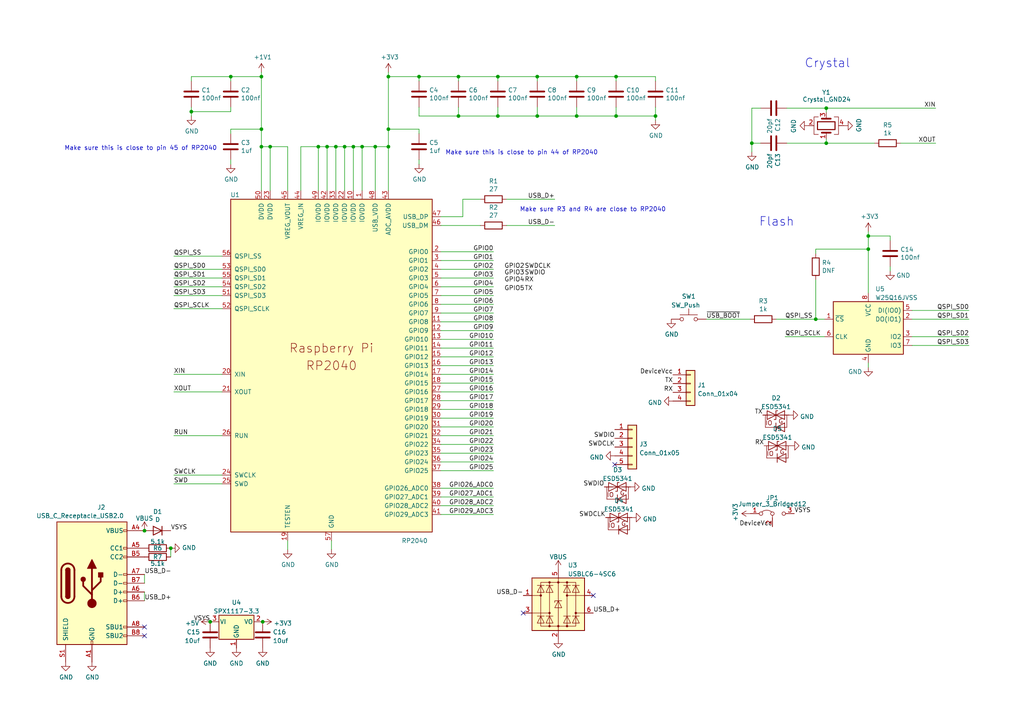
<source format=kicad_sch>
(kicad_sch (version 20211123) (generator eeschema)
  (paper "A4")
  (lib_symbols
    (symbol "Connector:USB_C_Receptacle_USB2.0" (pin_names (offset 1.016))
      (property "Reference" "J" (at -10.16 19.05 0))
      (property "Value" "USB_C_Receptacle_USB2.0" (at 19.05 19.05 0))
      (symbol "USB_C_Receptacle_USB2.0_0_0"
        (rectangle (start -0.254 -17.78) (end 0.254 -16.764))
        (rectangle (start 10.16 -14.986) (end 9.144 -15.494))
        (rectangle (start 10.16 -12.446) (end 9.144 -12.954))
        (rectangle (start 10.16 -4.826) (end 9.144 -5.334))
        (rectangle (start 10.16 -2.286) (end 9.144 -2.794))
        (rectangle (start 10.16 0.254) (end 9.144 -0.254))
        (rectangle (start 10.16 2.794) (end 9.144 2.286))
        (rectangle (start 10.16 7.874) (end 9.144 7.366))
        (rectangle (start 10.16 10.414) (end 9.144 9.906))
        (rectangle (start 10.16 15.494) (end 9.144 14.986))
      )
      (symbol "USB_C_Receptacle_USB2.0_0_1"
        (rectangle (start -10.16 17.78) (end 10.16 -17.78) (stroke (width 0.254)) (fill (type background)))
        (arc (start -8.89 -3.81) (mid -6.985 -5.715) (end -5.08 -3.81) (stroke (width 0.508)))
        (arc (start -7.62 -3.81) (mid -6.985 -4.445) (end -6.35 -3.81) (stroke (width 0.254)))
        (arc (start -7.62 -3.81) (mid -6.985 -4.445) (end -6.35 -3.81) (stroke (width 0.254)) (fill (type outline)))
        (rectangle (start -7.62 -3.81) (end -6.35 3.81) (stroke (width 0.254)) (fill (type outline)))
        (arc (start -6.35 3.81) (mid -6.985 4.445) (end -7.62 3.81) (stroke (width 0.254)))
        (arc (start -6.35 3.81) (mid -6.985 4.445) (end -7.62 3.81) (stroke (width 0.254)) (fill (type outline)))
        (arc (start -5.08 3.81) (mid -6.985 5.715) (end -8.89 3.81) (stroke (width 0.508)))
        (circle (center -2.54 1.143) (radius 0.635) (stroke (width 0.254)) (fill (type outline)))
        (circle (center 0 -5.842) (radius 1.27) (fill (type outline)))
        (polyline (pts (xy -8.89 -3.81) (xy -8.89 3.81)) (stroke (width 0.508)))
        (polyline (pts (xy -5.08 3.81) (xy -5.08 -3.81)) (stroke (width 0.508)))
        (polyline (pts (xy 0 -5.842) (xy 0 4.318)) (stroke (width 0.508)))
        (polyline (pts (xy 0 -3.302) (xy -2.54 -0.762) (xy -2.54 0.508)) (stroke (width 0.508)))
        (polyline (pts (xy 0 -2.032) (xy 2.54 0.508) (xy 2.54 1.778)) (stroke (width 0.508)))
        (polyline (pts (xy -1.27 4.318) (xy 0 6.858) (xy 1.27 4.318) (xy -1.27 4.318)) (stroke (width 0.254)) (fill (type outline)))
        (rectangle (start 1.905 1.778) (end 3.175 3.048) (stroke (width 0.254)) (fill (type outline)))
      )
      (symbol "USB_C_Receptacle_USB2.0_1_1"
        (pin passive line (at 0 -22.86 90) (length 5.08) (name "GND") (number "A1"))
        (pin passive line (at 0 -22.86 90) (length 5.08) hide (name "GND") (number "A12"))
        (pin passive line (at 15.24 15.24 180) (length 5.08) (name "VBUS") (number "A4"))
        (pin bidirectional line (at 15.24 10.16 180) (length 5.08) (name "CC1") (number "A5"))
        (pin bidirectional line (at 15.24 -2.54 180) (length 5.08) (name "D+") (number "A6"))
        (pin bidirectional line (at 15.24 2.54 180) (length 5.08) (name "D-") (number "A7"))
        (pin bidirectional line (at 15.24 -12.7 180) (length 5.08) (name "SBU1") (number "A8"))
        (pin passive line (at 15.24 15.24 180) (length 5.08) hide (name "VBUS") (number "A9"))
        (pin passive line (at 0 -22.86 90) (length 5.08) hide (name "GND") (number "B1"))
        (pin passive line (at 0 -22.86 90) (length 5.08) hide (name "GND") (number "B12"))
        (pin passive line (at 15.24 15.24 180) (length 5.08) hide (name "VBUS") (number "B4"))
        (pin bidirectional line (at 15.24 7.62 180) (length 5.08) (name "CC2") (number "B5"))
        (pin bidirectional line (at 15.24 -5.08 180) (length 5.08) (name "D+") (number "B6"))
        (pin bidirectional line (at 15.24 0 180) (length 5.08) (name "D-") (number "B7"))
        (pin bidirectional line (at 15.24 -15.24 180) (length 5.08) (name "SBU2") (number "B8"))
        (pin passive line (at 15.24 15.24 180) (length 5.08) hide (name "VBUS") (number "B9"))
        (pin passive line (at -7.62 -22.86 90) (length 5.08) (name "SHIELD") (number "S1"))
      )
    )
    (symbol "Connector_Generic:Conn_01x04" (pin_names (offset 1.016) hide)
      (property "Reference" "J" (at 0 5.08 0))
      (property "Value" "Conn_01x04" (at 0 -7.62 0))
      (symbol "Conn_01x04_1_1"
        (rectangle (start -1.27 -4.953) (end 0 -5.207) (stroke (width 0.1524)))
        (rectangle (start -1.27 -2.413) (end 0 -2.667) (stroke (width 0.1524)))
        (rectangle (start -1.27 0.127) (end 0 -0.127) (stroke (width 0.1524)))
        (rectangle (start -1.27 2.667) (end 0 2.413) (stroke (width 0.1524)))
        (rectangle (start -1.27 3.81) (end 1.27 -6.35) (stroke (width 0.254)) (fill (type background)))
        (pin passive line (at -5.08 2.54 0) (length 3.81) (name "Pin_1") (number "1"))
        (pin passive line (at -5.08 0 0) (length 3.81) (name "Pin_2") (number "2"))
        (pin passive line (at -5.08 -2.54 0) (length 3.81) (name "Pin_3") (number "3"))
        (pin passive line (at -5.08 -5.08 0) (length 3.81) (name "Pin_4") (number "4"))
      )
    )
    (symbol "Connector_Generic:Conn_01x05" (pin_names (offset 1.016) hide)
      (property "Reference" "J" (at 0 7.62 0))
      (property "Value" "Conn_01x05" (at 0 -7.62 0))
      (symbol "Conn_01x05_1_1"
        (rectangle (start -1.27 -4.953) (end 0 -5.207) (stroke (width 0.1524)))
        (rectangle (start -1.27 -2.413) (end 0 -2.667) (stroke (width 0.1524)))
        (rectangle (start -1.27 0.127) (end 0 -0.127) (stroke (width 0.1524)))
        (rectangle (start -1.27 2.667) (end 0 2.413) (stroke (width 0.1524)))
        (rectangle (start -1.27 5.207) (end 0 4.953) (stroke (width 0.1524)))
        (rectangle (start -1.27 6.35) (end 1.27 -6.35) (stroke (width 0.254)) (fill (type background)))
        (pin passive line (at -5.08 5.08 0) (length 3.81) (name "Pin_1") (number "1"))
        (pin passive line (at -5.08 2.54 0) (length 3.81) (name "Pin_2") (number "2"))
        (pin passive line (at -5.08 0 0) (length 3.81) (name "Pin_3") (number "3"))
        (pin passive line (at -5.08 -2.54 0) (length 3.81) (name "Pin_4") (number "4"))
        (pin passive line (at -5.08 -5.08 0) (length 3.81) (name "Pin_5") (number "5"))
      )
    )
    (symbol "Device:C" (pin_numbers hide) (pin_names (offset 0.254))
      (property "Reference" "C" (at 0.635 2.54 0))
      (property "Value" "C" (at 0.635 -2.54 0))
      (symbol "C_0_1"
        (polyline (pts (xy -2.032 -0.762) (xy 2.032 -0.762)) (stroke (width 0.508)))
        (polyline (pts (xy -2.032 0.762) (xy 2.032 0.762)) (stroke (width 0.508)))
      )
      (symbol "C_1_1"
        (pin passive line (at 0 3.81 270) (length 2.794) (name "~") (number "1"))
        (pin passive line (at 0 -3.81 90) (length 2.794) (name "~") (number "2"))
      )
    )
    (symbol "Device:Crystal_GND24" (pin_names (offset 1.016) hide)
      (property "Reference" "Y" (at 3.175 5.08 0))
      (property "Value" "Crystal_GND24" (at 3.175 3.175 0))
      (symbol "Crystal_GND24_0_1"
        (rectangle (start -1.143 2.54) (end 1.143 -2.54) (stroke (width 0.3048)))
        (polyline (pts (xy -2.54 0) (xy -2.032 0)))
        (polyline (pts (xy -2.032 -1.27) (xy -2.032 1.27)) (stroke (width 0.508)))
        (polyline (pts (xy 0 -3.81) (xy 0 -3.556)))
        (polyline (pts (xy 0 3.556) (xy 0 3.81)))
        (polyline (pts (xy 2.032 -1.27) (xy 2.032 1.27)) (stroke (width 0.508)))
        (polyline (pts (xy 2.032 0) (xy 2.54 0)))
        (polyline (pts (xy -2.54 -2.286) (xy -2.54 -3.556) (xy 2.54 -3.556) (xy 2.54 -2.286)))
        (polyline (pts (xy -2.54 2.286) (xy -2.54 3.556) (xy 2.54 3.556) (xy 2.54 2.286)))
      )
      (symbol "Crystal_GND24_1_1"
        (pin passive line (at -3.81 0 0) (length 1.27) (name "1") (number "1"))
        (pin passive line (at 0 5.08 270) (length 1.27) (name "2") (number "2"))
        (pin passive line (at 3.81 0 180) (length 1.27) (name "3") (number "3"))
        (pin passive line (at 0 -5.08 90) (length 1.27) (name "4") (number "4"))
      )
    )
    (symbol "Device:D" (pin_numbers hide) (pin_names (offset 1.016) hide)
      (property "Reference" "D" (at 0 2.54 0))
      (property "Value" "D" (at 0 -2.54 0))
      (symbol "D_0_1"
        (polyline (pts (xy -1.27 1.27) (xy -1.27 -1.27)) (stroke (width 0.254)))
        (polyline (pts (xy 1.27 0) (xy -1.27 0)))
        (polyline (pts (xy 1.27 1.27) (xy 1.27 -1.27) (xy -1.27 0) (xy 1.27 1.27)) (stroke (width 0.254)))
      )
      (symbol "D_1_1"
        (pin passive line (at -3.81 0 0) (length 2.54) (name "K") (number "1"))
        (pin passive line (at 3.81 0 180) (length 2.54) (name "A") (number "2"))
      )
    )
    (symbol "Device:R" (pin_numbers hide) (pin_names (offset 0))
      (property "Reference" "R" (at 2.032 0 90))
      (property "Value" "R" (at 0 0 90))
      (symbol "R_0_1"
        (rectangle (start -1.016 -2.54) (end 1.016 2.54) (stroke (width 0.254)))
      )
      (symbol "R_1_1"
        (pin passive line (at 0 3.81 270) (length 1.27) (name "~") (number "1"))
        (pin passive line (at 0 -3.81 90) (length 1.27) (name "~") (number "2"))
      )
    )
    (symbol "Jumper:Jumper_3_Bridged12" (pin_names (offset 0) hide)
      (property "Reference" "JP" (at -2.54 -2.54 0))
      (property "Value" "Jumper_3_Bridged12" (at 0 2.794 0))
      (symbol "Jumper_3_Bridged12_0_0"
        (circle (center -3.302 0) (radius 0.508))
        (circle (center 0 0) (radius 0.508))
        (circle (center 3.302 0) (radius 0.508))
      )
      (symbol "Jumper_3_Bridged12_0_1"
        (arc (start -0.254 0.508) (mid -1.651 0.9912) (end -3.048 0.508))
        (polyline (pts (xy 0 -1.27) (xy 0 -0.508)))
      )
      (symbol "Jumper_3_Bridged12_1_1"
        (pin passive line (at -6.35 0 0) (length 2.54) (name "A") (number "1"))
        (pin passive line (at 0 -3.81 90) (length 2.54) (name "C") (number "2"))
        (pin passive line (at 6.35 0 180) (length 2.54) (name "B") (number "3"))
      )
    )
    (symbol "KisonNew:ESD5341" (pin_numbers hide) (pin_names (offset 1.016) hide)
      (property "Reference" "D" (at 0 3.81 0))
      (property "Value" "ESD5341" (at 0.127 -5.969 0))
      (symbol "ESD5341_0_0"
        (text "G" (at 1.397 -1.778 0) (effects (font (size 1.27 1.27))))
        (text "IO" (at -2.032 -2.286 0) (effects (font (size 1.27 1.27))))
      )
      (symbol "ESD5341_0_1"
        (polyline (pts (xy -3.048 -3.556) (xy -3.048 0)) (stroke (width 0.1524)))
        (polyline (pts (xy 1.27 0) (xy -1.27 0)))
        (polyline (pts (xy 3.175 -3.556) (xy -3.048 -3.556)) (stroke (width 0.1524)))
        (polyline (pts (xy 3.175 -3.556) (xy 3.175 -3.556)) (stroke (width 0.1524)))
        (polyline (pts (xy 3.175 0) (xy 3.175 -3.556)) (stroke (width 0.1524)))
        (polyline (pts (xy -2.54 -1.27) (xy 0 0) (xy -2.54 1.27) (xy -2.54 -1.27)) (stroke (width 0.2032)))
        (polyline (pts (xy 0 -2.286) (xy 0 -2.286) (xy 0 -4.826) (xy 0 -4.826)) (stroke (width 0.2032)))
        (polyline (pts (xy 0.508 1.27) (xy 0 1.27) (xy 0 -1.27) (xy -0.508 -1.27)) (stroke (width 0.2032)))
        (polyline (pts (xy 2.54 -2.286) (xy 2.54 -4.826) (xy 0 -3.556) (xy 2.54 -2.286)) (stroke (width 0.2032)))
        (polyline (pts (xy 2.54 1.27) (xy 2.54 -1.27) (xy 0 0) (xy 2.54 1.27)) (stroke (width 0.2032)))
      )
      (symbol "ESD5341_1_1"
        (pin passive line (at -3.81 0 0) (length 2.54) (name "A1") (number "1"))
        (pin passive line (at 3.81 0 180) (length 2.54) (name "A2") (number "2"))
      )
    )
    (symbol "MCU_RaspberryPi_RP2040:RP2040" (pin_names (offset 1.016))
      (property "Reference" "U" (at -29.21 49.53 0))
      (property "Value" "RP2040" (at 24.13 -49.53 0))
      (symbol "RP2040_0_0"
        (text "Raspberry Pi" (at 0 5.08 0) (effects (font (size 2.54 2.54))))
        (text "RP2040" (at 0 0 0) (effects (font (size 2.54 2.54))))
      )
      (symbol "RP2040_0_1"
        (rectangle (start 29.21 48.26) (end -29.21 -48.26) (stroke (width 0.254)) (fill (type background)))
      )
      (symbol "RP2040_1_1"
        (pin power_in line (at 8.89 50.8 270) (length 2.54) (name "IOVDD") (number "1"))
        (pin power_in line (at 6.35 50.8 270) (length 2.54) (name "IOVDD") (number "10"))
        (pin bidirectional line (at 31.75 12.7 180) (length 2.54) (name "GPIO8") (number "11"))
        (pin bidirectional line (at 31.75 10.16 180) (length 2.54) (name "GPIO9") (number "12"))
        (pin bidirectional line (at 31.75 7.62 180) (length 2.54) (name "GPIO10") (number "13"))
        (pin bidirectional line (at 31.75 5.08 180) (length 2.54) (name "GPIO11") (number "14"))
        (pin bidirectional line (at 31.75 2.54 180) (length 2.54) (name "GPIO12") (number "15"))
        (pin bidirectional line (at 31.75 0 180) (length 2.54) (name "GPIO13") (number "16"))
        (pin bidirectional line (at 31.75 -2.54 180) (length 2.54) (name "GPIO14") (number "17"))
        (pin bidirectional line (at 31.75 -5.08 180) (length 2.54) (name "GPIO15") (number "18"))
        (pin passive line (at -12.7 -50.8 90) (length 2.54) (name "TESTEN") (number "19"))
        (pin bidirectional line (at 31.75 33.02 180) (length 2.54) (name "GPIO0") (number "2"))
        (pin input line (at -31.75 -2.54 0) (length 2.54) (name "XIN") (number "20"))
        (pin passive line (at -31.75 -7.62 0) (length 2.54) (name "XOUT") (number "21"))
        (pin power_in line (at 3.81 50.8 270) (length 2.54) (name "IOVDD") (number "22"))
        (pin power_in line (at -17.78 50.8 270) (length 2.54) (name "DVDD") (number "23"))
        (pin output line (at -31.75 -31.75 0) (length 2.54) (name "SWCLK") (number "24"))
        (pin bidirectional line (at -31.75 -34.29 0) (length 2.54) (name "SWD") (number "25"))
        (pin input line (at -31.75 -20.32 0) (length 2.54) (name "RUN") (number "26"))
        (pin bidirectional line (at 31.75 -7.62 180) (length 2.54) (name "GPIO16") (number "27"))
        (pin bidirectional line (at 31.75 -10.16 180) (length 2.54) (name "GPIO17") (number "28"))
        (pin bidirectional line (at 31.75 -12.7 180) (length 2.54) (name "GPIO18") (number "29"))
        (pin bidirectional line (at 31.75 30.48 180) (length 2.54) (name "GPIO1") (number "3"))
        (pin bidirectional line (at 31.75 -15.24 180) (length 2.54) (name "GPIO19") (number "30"))
        (pin bidirectional line (at 31.75 -17.78 180) (length 2.54) (name "GPIO20") (number "31"))
        (pin bidirectional line (at 31.75 -20.32 180) (length 2.54) (name "GPIO21") (number "32"))
        (pin power_in line (at 1.27 50.8 270) (length 2.54) (name "IOVDD") (number "33"))
        (pin bidirectional line (at 31.75 -22.86 180) (length 2.54) (name "GPIO22") (number "34"))
        (pin bidirectional line (at 31.75 -25.4 180) (length 2.54) (name "GPIO23") (number "35"))
        (pin bidirectional line (at 31.75 -27.94 180) (length 2.54) (name "GPIO24") (number "36"))
        (pin bidirectional line (at 31.75 -30.48 180) (length 2.54) (name "GPIO25") (number "37"))
        (pin bidirectional line (at 31.75 -35.56 180) (length 2.54) (name "GPIO26_ADC0") (number "38"))
        (pin bidirectional line (at 31.75 -38.1 180) (length 2.54) (name "GPIO27_ADC1") (number "39"))
        (pin bidirectional line (at 31.75 27.94 180) (length 2.54) (name "GPIO2") (number "4"))
        (pin bidirectional line (at 31.75 -40.64 180) (length 2.54) (name "GPIO28_ADC2") (number "40"))
        (pin bidirectional line (at 31.75 -43.18 180) (length 2.54) (name "GPIO29_ADC3") (number "41"))
        (pin power_in line (at -1.27 50.8 270) (length 2.54) (name "IOVDD") (number "42"))
        (pin power_in line (at 16.51 50.8 270) (length 2.54) (name "ADC_AVDD") (number "43"))
        (pin power_in line (at -8.89 50.8 270) (length 2.54) (name "VREG_IN") (number "44"))
        (pin power_out line (at -12.7 50.8 270) (length 2.54) (name "VREG_VOUT") (number "45"))
        (pin bidirectional line (at 31.75 40.64 180) (length 2.54) (name "USB_DM") (number "46"))
        (pin bidirectional line (at 31.75 43.18 180) (length 2.54) (name "USB_DP") (number "47"))
        (pin power_in line (at 12.7 50.8 270) (length 2.54) (name "USB_VDD") (number "48"))
        (pin power_in line (at -3.81 50.8 270) (length 2.54) (name "IOVDD") (number "49"))
        (pin bidirectional line (at 31.75 25.4 180) (length 2.54) (name "GPIO3") (number "5"))
        (pin power_in line (at -20.32 50.8 270) (length 2.54) (name "DVDD") (number "50"))
        (pin bidirectional line (at -31.75 20.32 0) (length 2.54) (name "QSPI_SD3") (number "51"))
        (pin output line (at -31.75 16.51 0) (length 2.54) (name "QSPI_SCLK") (number "52"))
        (pin bidirectional line (at -31.75 27.94 0) (length 2.54) (name "QSPI_SD0") (number "53"))
        (pin bidirectional line (at -31.75 22.86 0) (length 2.54) (name "QSPI_SD2") (number "54"))
        (pin bidirectional line (at -31.75 25.4 0) (length 2.54) (name "QSPI_SD1") (number "55"))
        (pin bidirectional line (at -31.75 31.75 0) (length 2.54) (name "QSPI_SS") (number "56"))
        (pin power_in line (at 0 -50.8 90) (length 2.54) (name "GND") (number "57"))
        (pin bidirectional line (at 31.75 22.86 180) (length 2.54) (name "GPIO4") (number "6"))
        (pin bidirectional line (at 31.75 20.32 180) (length 2.54) (name "GPIO5") (number "7"))
        (pin bidirectional line (at 31.75 17.78 180) (length 2.54) (name "GPIO6") (number "8"))
        (pin bidirectional line (at 31.75 15.24 180) (length 2.54) (name "GPIO7") (number "9"))
      )
    )
    (symbol "Memory_Flash:W25Q32JVSS"
      (property "Reference" "U" (at -8.89 8.89 0))
      (property "Value" "W25Q32JVSS" (at 7.62 8.89 0))
      (symbol "W25Q32JVSS_0_1"
        (rectangle (start -10.16 7.62) (end 10.16 -7.62) (stroke (width 0.254)) (fill (type background)))
      )
      (symbol "W25Q32JVSS_1_1"
        (pin input line (at -12.7 2.54 0) (length 2.54) (name "~{CS}") (number "1"))
        (pin bidirectional line (at 12.7 2.54 180) (length 2.54) (name "DO(IO1)") (number "2"))
        (pin bidirectional line (at 12.7 -2.54 180) (length 2.54) (name "IO2") (number "3"))
        (pin power_in line (at 0 -10.16 90) (length 2.54) (name "GND") (number "4"))
        (pin bidirectional line (at 12.7 5.08 180) (length 2.54) (name "DI(IO0)") (number "5"))
        (pin input line (at -12.7 -2.54 0) (length 2.54) (name "CLK") (number "6"))
        (pin bidirectional line (at 12.7 -5.08 180) (length 2.54) (name "IO3") (number "7"))
        (pin power_in line (at 0 10.16 270) (length 2.54) (name "VCC") (number "8"))
      )
    )
    (symbol "Power_Protection:USBLC6-4SC6" (pin_names hide)
      (property "Reference" "U" (at 2.54 8.89 0))
      (property "Value" "USBLC6-4SC6" (at 2.54 -8.89 0))
      (symbol "USBLC6-4SC6_0_1"
        (rectangle (start -7.62 -7.62) (end 7.62 7.62) (stroke (width 0.254)) (fill (type background)))
        (circle (center -5.08 2.54) (radius 0.254) (fill (type outline)))
        (circle (center -2.54 -6.35) (radius 0.254) (fill (type outline)))
        (circle (center -2.54 -2.54) (radius 0.254) (fill (type outline)))
        (circle (center -2.54 6.35) (radius 0.254) (fill (type outline)))
        (rectangle (start -2.54 6.35) (end 2.54 -6.35))
        (circle (center 0 -6.35) (radius 0.254) (fill (type outline)))
        (polyline (pts (xy -5.08 2.54) (xy -7.62 2.54)))
        (polyline (pts (xy -4.064 -3.429) (xy -6.096 -3.429)))
        (polyline (pts (xy -4.064 5.461) (xy -6.096 5.461)))
        (polyline (pts (xy -2.54 -2.54) (xy -7.62 -2.54)))
        (polyline (pts (xy -1.524 -3.429) (xy -3.556 -3.429)))
        (polyline (pts (xy -1.524 5.461) (xy -3.556 5.461)))
        (polyline (pts (xy 0 -7.62) (xy 0 -6.35)))
        (polyline (pts (xy 0 -6.35) (xy 0 1.27)))
        (polyline (pts (xy 0 1.27) (xy 0 6.35)))
        (polyline (pts (xy 0 6.35) (xy 0 7.62)))
        (polyline (pts (xy 1.524 -3.429) (xy 3.556 -3.429)))
        (polyline (pts (xy 1.524 5.461) (xy 3.556 5.461)))
        (polyline (pts (xy 2.54 2.54) (xy 7.62 2.54)))
        (polyline (pts (xy 4.064 -3.429) (xy 6.096 -3.429)))
        (polyline (pts (xy 4.064 5.461) (xy 6.096 5.461)))
        (polyline (pts (xy 5.08 -2.54) (xy 7.62 -2.54)))
        (polyline (pts (xy -6.096 -5.461) (xy -4.064 -5.461) (xy -5.08 -3.429) (xy -6.096 -5.461)))
        (polyline (pts (xy -6.096 3.429) (xy -4.064 3.429) (xy -5.08 5.461) (xy -6.096 3.429)))
        (polyline (pts (xy -3.556 -5.461) (xy -1.524 -5.461) (xy -2.54 -3.429) (xy -3.556 -5.461)))
        (polyline (pts (xy -3.556 3.429) (xy -1.524 3.429) (xy -2.54 5.461) (xy -3.556 3.429)))
        (polyline (pts (xy -2.54 6.35) (xy -5.08 6.35) (xy -5.08 -6.35) (xy -2.54 -6.35)))
        (polyline (pts (xy -1.016 -1.016) (xy 1.016 -1.016) (xy 0 1.016) (xy -1.016 -1.016)))
        (polyline (pts (xy 1.016 1.016) (xy 0.762 1.016) (xy -1.016 1.016) (xy -1.016 0.508)))
        (polyline (pts (xy 2.54 6.35) (xy 5.08 6.35) (xy 5.08 -6.35) (xy 2.54 -6.35)))
        (polyline (pts (xy 3.556 -5.461) (xy 1.524 -5.461) (xy 2.54 -3.429) (xy 3.556 -5.461)))
        (polyline (pts (xy 3.556 3.429) (xy 1.524 3.429) (xy 2.54 5.461) (xy 3.556 3.429)))
        (polyline (pts (xy 6.096 -5.461) (xy 4.064 -5.461) (xy 5.08 -3.429) (xy 6.096 -5.461)))
        (polyline (pts (xy 6.096 3.429) (xy 4.064 3.429) (xy 5.08 5.461) (xy 6.096 3.429)))
        (circle (center 0 6.35) (radius 0.254) (fill (type outline)))
        (circle (center 2.54 -6.35) (radius 0.254) (fill (type outline)))
        (circle (center 2.54 2.54) (radius 0.254) (fill (type outline)))
        (circle (center 2.54 6.35) (radius 0.254) (fill (type outline)))
        (circle (center 5.08 -2.54) (radius 0.254) (fill (type outline)))
      )
      (symbol "USBLC6-4SC6_1_1"
        (pin passive line (at -10.16 2.54 0) (length 2.54) (name "I/O1") (number "1"))
        (pin passive line (at 0 -10.16 90) (length 2.54) (name "GND") (number "2"))
        (pin passive line (at -10.16 -2.54 0) (length 2.54) (name "I/O2") (number "3"))
        (pin passive line (at 10.16 2.54 180) (length 2.54) (name "I/O3") (number "4"))
        (pin passive line (at 0 10.16 270) (length 2.54) (name "VBUS") (number "5"))
        (pin passive line (at 10.16 -2.54 180) (length 2.54) (name "I/O4") (number "6"))
      )
    )
    (symbol "Regulator_Linear:AZ1117-3.3" (pin_names (offset 0.254))
      (property "Reference" "U" (at -3.81 3.175 0))
      (property "Value" "AZ1117-3.3" (at 0 3.175 0))
      (symbol "AZ1117-3.3_0_1"
        (rectangle (start -5.08 1.905) (end 5.08 -5.08) (stroke (width 0.254)) (fill (type background)))
      )
      (symbol "AZ1117-3.3_1_1"
        (pin power_in line (at 0 -7.62 90) (length 2.54) (name "GND") (number "1"))
        (pin power_out line (at 7.62 0 180) (length 2.54) (name "VO") (number "2"))
        (pin power_in line (at -7.62 0 0) (length 2.54) (name "VI") (number "3"))
      )
    )
    (symbol "Switch:SW_Push" (pin_numbers hide) (pin_names (offset 1.016) hide)
      (property "Reference" "SW" (at 1.27 2.54 0))
      (property "Value" "SW_Push" (at 0 -1.524 0))
      (symbol "SW_Push_0_1"
        (circle (center -2.032 0) (radius 0.508))
        (polyline (pts (xy 0 1.27) (xy 0 3.048)))
        (polyline (pts (xy 2.54 1.27) (xy -2.54 1.27)))
        (circle (center 2.032 0) (radius 0.508))
        (pin passive line (at -5.08 0 0) (length 2.54) (name "1") (number "1"))
        (pin passive line (at 5.08 0 180) (length 2.54) (name "2") (number "2"))
      )
    )
    (symbol "power:+1V1" (power) (pin_names (offset 0))
      (property "Value" "+1V1" (at 0 3.556 0))
      (symbol "+1V1_0_1"
        (polyline (pts (xy -0.762 1.27) (xy 0 2.54)))
        (polyline (pts (xy 0 0) (xy 0 2.54)))
        (polyline (pts (xy 0 2.54) (xy 0.762 1.27)))
      )
      (symbol "+1V1_1_1"
        (pin power_in line (at 0 0 90) (length 0) hide (name "+1V1") (number "1"))
      )
    )
    (symbol "power:+3V3" (power) (pin_names (offset 0))
      (property "Value" "+3V3" (at 0 3.556 0))
      (symbol "+3V3_0_1"
        (polyline (pts (xy -0.762 1.27) (xy 0 2.54)))
        (polyline (pts (xy 0 0) (xy 0 2.54)))
        (polyline (pts (xy 0 2.54) (xy 0.762 1.27)))
      )
      (symbol "+3V3_1_1"
        (pin power_in line (at 0 0 90) (length 0) hide (name "+3V3") (number "1"))
      )
    )
    (symbol "power:+5V" (power) (pin_names (offset 0))
      (property "Value" "+5V" (at 0 3.556 0))
      (symbol "+5V_0_1"
        (polyline (pts (xy -0.762 1.27) (xy 0 2.54)))
        (polyline (pts (xy 0 0) (xy 0 2.54)))
        (polyline (pts (xy 0 2.54) (xy 0.762 1.27)))
      )
      (symbol "+5V_1_1"
        (pin power_in line (at 0 0 90) (length 0) hide (name "+5V") (number "1"))
      )
    )
    (symbol "power:GND" (power) (pin_names (offset 0))
      (property "Value" "GND" (at 0 -3.81 0))
      (symbol "GND_0_1"
        (polyline (pts (xy 0 0) (xy 0 -1.27) (xy 1.27 -1.27) (xy 0 -2.54) (xy -1.27 -1.27) (xy 0 -1.27)))
      )
      (symbol "GND_1_1"
        (pin power_in line (at 0 0 270) (length 0) hide (name "GND") (number "1"))
      )
    )
    (symbol "power:VBUS" (power) (pin_names (offset 0))
      (property "Value" "VBUS" (at 0 3.81 0))
      (symbol "VBUS_0_1"
        (polyline (pts (xy -0.762 1.27) (xy 0 2.54)))
        (polyline (pts (xy 0 0) (xy 0 2.54)))
        (polyline (pts (xy 0 2.54) (xy 0.762 1.27)))
      )
      (symbol "VBUS_1_1"
        (pin power_in line (at 0 0 90) (length 0) hide (name "VBUS") (number "1"))
      )
    )
  )
  (junction (at 132.969 22.225))
  (junction (at 178.689 22.225))
  (junction (at 99.949 42.545))
  (junction (at 239.649 31.369))
  (junction (at 112.649 42.545))
  (junction (at 92.329 42.545))
  (junction (at 190.119 33.655))
  (junction (at 49.53 159.004))
  (junction (at 132.969 33.655))
  (junction (at 75.819 37.465))
  (junction (at 75.819 22.225))
  (junction (at 236.601 92.583))
  (junction (at 105.029 42.545))
  (junction (at 66.929 22.225))
  (junction (at 112.649 22.225))
  (junction (at 144.399 33.655))
  (junction (at 41.91 153.924))
  (junction (at 94.869 42.545))
  (junction (at 121.539 22.225))
  (junction (at 55.499 32.385))
  (junction (at 144.399 22.225))
  (junction (at 108.839 42.545))
  (junction (at 78.359 42.545))
  (junction (at 251.841 72.263))
  (junction (at 239.649 41.529))
  (junction (at 155.829 33.655))
  (junction (at 167.259 22.225))
  (junction (at 97.409 42.545))
  (junction (at 178.689 33.655))
  (junction (at 218.059 41.529))
  (junction (at 251.841 68.453))
  (junction (at 112.649 37.465))
  (junction (at 60.96 180.34))
  (junction (at 76.2 180.34))
  (junction (at 155.829 22.225))
  (junction (at 102.489 42.545))
  (junction (at 167.259 33.655))
  (junction (at 75.819 42.545))
  (no_connect (at 41.91 184.404))
  (no_connect (at 151.765 177.8))
  (no_connect (at 178.308 134.747))
  (no_connect (at 172.085 172.72))
  (no_connect (at 41.91 181.864))
  (wire (pts (xy 87.249 55.245) (xy 87.249 42.545)))
  (wire (pts (xy 75.819 20.955) (xy 75.819 22.225)))
  (wire (pts (xy 92.329 42.545) (xy 94.869 42.545)))
  (wire (pts (xy 121.539 22.225) (xy 132.969 22.225)))
  (wire (pts (xy 155.829 22.225) (xy 167.259 22.225)))
  (wire (pts (xy 127.889 111.125) (xy 143.129 111.125)))
  (wire (pts (xy 134.239 57.785) (xy 139.319 57.785)))
  (wire (pts (xy 218.059 41.529) (xy 218.059 44.069)))
  (wire (pts (xy 97.409 55.245) (xy 97.409 42.545)))
  (wire (pts (xy 112.649 37.465) (xy 112.649 42.545)))
  (wire (pts (xy 178.689 33.655) (xy 190.119 33.655)))
  (wire (pts (xy 127.889 118.745) (xy 143.129 118.745)))
  (wire (pts (xy 66.929 37.465) (xy 75.819 37.465)))
  (wire (pts (xy 127.889 121.285) (xy 143.129 121.285)))
  (wire (pts (xy 108.839 42.545) (xy 112.649 42.545)))
  (wire (pts (xy 78.359 42.545) (xy 75.819 42.545)))
  (wire (pts (xy 50.419 85.725) (xy 64.389 85.725)))
  (wire (pts (xy 41.91 171.704) (xy 41.91 174.244)))
  (wire (pts (xy 127.889 106.045) (xy 143.129 106.045)))
  (wire (pts (xy 220.599 31.369) (xy 218.059 31.369)))
  (wire (pts (xy 144.399 23.495) (xy 144.399 22.225)))
  (wire (pts (xy 236.601 73.533) (xy 236.601 72.263)))
  (wire (pts (xy 127.889 75.565) (xy 143.129 75.565)))
  (wire (pts (xy 127.889 131.445) (xy 143.129 131.445)))
  (wire (pts (xy 66.929 22.225) (xy 75.819 22.225)))
  (wire (pts (xy 264.541 92.583) (xy 281.051 92.583)))
  (wire (pts (xy 127.889 88.265) (xy 143.129 88.265)))
  (wire (pts (xy 55.499 22.225) (xy 66.929 22.225)))
  (wire (pts (xy 127.889 100.965) (xy 143.129 100.965)))
  (wire (pts (xy 75.819 22.225) (xy 75.819 37.465)))
  (wire (pts (xy 127.889 126.365) (xy 143.129 126.365)))
  (wire (pts (xy 102.489 55.245) (xy 102.489 42.545)))
  (wire (pts (xy 96.139 156.845) (xy 96.139 159.385)))
  (wire (pts (xy 236.601 92.583) (xy 239.141 92.583)))
  (wire (pts (xy 50.419 108.585) (xy 64.389 108.585)))
  (wire (pts (xy 127.889 83.185) (xy 143.129 83.185)))
  (wire (pts (xy 127.889 73.025) (xy 143.129 73.025)))
  (wire (pts (xy 127.889 62.865) (xy 134.239 62.865)))
  (wire (pts (xy 66.929 38.735) (xy 66.929 37.465)))
  (wire (pts (xy 236.601 72.263) (xy 251.841 72.263)))
  (wire (pts (xy 64.389 140.335) (xy 50.419 140.335)))
  (wire (pts (xy 228.219 41.529) (xy 239.649 41.529)))
  (wire (pts (xy 167.259 33.655) (xy 155.829 33.655)))
  (wire (pts (xy 127.889 90.805) (xy 143.129 90.805)))
  (wire (pts (xy 132.969 31.115) (xy 132.969 33.655)))
  (wire (pts (xy 155.829 31.115) (xy 155.829 33.655)))
  (wire (pts (xy 112.649 22.225) (xy 112.649 37.465)))
  (wire (pts (xy 97.409 42.545) (xy 99.949 42.545)))
  (wire (pts (xy 178.689 23.495) (xy 178.689 22.225)))
  (wire (pts (xy 127.889 128.905) (xy 143.129 128.905)))
  (wire (pts (xy 127.889 144.145) (xy 143.129 144.145)))
  (wire (pts (xy 64.389 74.295) (xy 50.419 74.295)))
  (wire (pts (xy 55.499 32.385) (xy 66.929 32.385)))
  (wire (pts (xy 178.689 22.225) (xy 190.119 22.225)))
  (wire (pts (xy 155.829 23.495) (xy 155.829 22.225)))
  (wire (pts (xy 155.829 33.655) (xy 144.399 33.655)))
  (wire (pts (xy 167.259 22.225) (xy 178.689 22.225)))
  (wire (pts (xy 112.649 22.225) (xy 121.539 22.225)))
  (wire (pts (xy 64.389 126.365) (xy 50.419 126.365)))
  (wire (pts (xy 258.191 77.343) (xy 258.191 78.613)))
  (wire (pts (xy 66.929 46.355) (xy 66.929 47.625)))
  (wire (pts (xy 83.439 156.845) (xy 83.439 159.385)))
  (wire (pts (xy 49.53 159.004) (xy 49.53 161.544)))
  (wire (pts (xy 87.249 42.545) (xy 92.329 42.545)))
  (wire (pts (xy 258.191 69.723) (xy 258.191 68.453)))
  (wire (pts (xy 225.171 92.583) (xy 236.601 92.583)))
  (wire (pts (xy 132.969 33.655) (xy 121.539 33.655)))
  (wire (pts (xy 218.059 31.369) (xy 218.059 41.529)))
  (wire (pts (xy 127.889 93.345) (xy 143.129 93.345)))
  (wire (pts (xy 99.949 42.545) (xy 102.489 42.545)))
  (wire (pts (xy 127.889 98.425) (xy 143.129 98.425)))
  (wire (pts (xy 127.889 85.725) (xy 143.129 85.725)))
  (wire (pts (xy 127.889 123.825) (xy 143.129 123.825)))
  (wire (pts (xy 264.541 90.043) (xy 281.051 90.043)))
  (wire (pts (xy 121.539 31.115) (xy 121.539 33.655)))
  (wire (pts (xy 239.649 40.259) (xy 239.649 41.529)))
  (wire (pts (xy 50.419 78.105) (xy 64.389 78.105)))
  (wire (pts (xy 112.649 37.465) (xy 121.539 37.465)))
  (wire (pts (xy 112.649 42.545) (xy 112.649 55.245)))
  (wire (pts (xy 94.869 55.245) (xy 94.869 42.545)))
  (wire (pts (xy 127.889 133.985) (xy 143.129 133.985)))
  (wire (pts (xy 127.889 95.885) (xy 143.129 95.885)))
  (wire (pts (xy 50.419 80.645) (xy 64.389 80.645)))
  (wire (pts (xy 55.499 23.495) (xy 55.499 22.225)))
  (wire (pts (xy 92.329 55.245) (xy 92.329 42.545)))
  (wire (pts (xy 146.939 65.405) (xy 160.909 65.405)))
  (wire (pts (xy 144.399 22.225) (xy 155.829 22.225)))
  (wire (pts (xy 55.499 32.385) (xy 55.499 33.655)))
  (wire (pts (xy 227.711 97.663) (xy 239.141 97.663)))
  (wire (pts (xy 121.539 38.735) (xy 121.539 37.465)))
  (wire (pts (xy 146.939 57.785) (xy 160.909 57.785)))
  (wire (pts (xy 64.389 113.665) (xy 50.419 113.665)))
  (wire (pts (xy 144.399 31.115) (xy 144.399 33.655)))
  (wire (pts (xy 134.239 57.785) (xy 134.239 62.865)))
  (wire (pts (xy 127.889 146.685) (xy 143.129 146.685)))
  (wire (pts (xy 102.489 42.545) (xy 105.029 42.545)))
  (wire (pts (xy 105.029 42.545) (xy 105.029 55.245)))
  (wire (pts (xy 167.259 31.115) (xy 167.259 33.655)))
  (wire (pts (xy 75.819 37.465) (xy 75.819 42.545)))
  (wire (pts (xy 239.649 41.529) (xy 253.619 41.529)))
  (wire (pts (xy 264.541 97.663) (xy 281.051 97.663)))
  (wire (pts (xy 258.191 68.453) (xy 251.841 68.453)))
  (wire (pts (xy 132.969 22.225) (xy 144.399 22.225)))
  (wire (pts (xy 190.119 23.495) (xy 190.119 22.225)))
  (wire (pts (xy 127.889 136.525) (xy 143.129 136.525)))
  (wire (pts (xy 236.601 81.153) (xy 236.601 92.583)))
  (wire (pts (xy 251.841 67.183) (xy 251.841 68.453)))
  (wire (pts (xy 105.029 42.545) (xy 108.839 42.545)))
  (wire (pts (xy 127.889 65.405) (xy 139.319 65.405)))
  (wire (pts (xy 112.649 20.955) (xy 112.649 22.225)))
  (wire (pts (xy 239.649 31.369) (xy 271.399 31.369)))
  (wire (pts (xy 178.689 33.655) (xy 167.259 33.655)))
  (wire (pts (xy 127.889 78.105) (xy 143.129 78.105)))
  (wire (pts (xy 83.439 42.545) (xy 78.359 42.545)))
  (wire (pts (xy 178.689 31.115) (xy 178.689 33.655)))
  (wire (pts (xy 264.541 100.203) (xy 281.051 100.203)))
  (wire (pts (xy 64.389 137.795) (xy 50.419 137.795)))
  (wire (pts (xy 251.841 105.283) (xy 251.841 106.553)))
  (wire (pts (xy 228.219 31.369) (xy 239.649 31.369)))
  (wire (pts (xy 78.359 55.245) (xy 78.359 42.545)))
  (wire (pts (xy 127.889 80.645) (xy 143.129 80.645)))
  (wire (pts (xy 190.119 31.115) (xy 190.119 33.655)))
  (wire (pts (xy 251.841 72.263) (xy 251.841 84.963)))
  (wire (pts (xy 251.841 68.453) (xy 251.841 72.263)))
  (wire (pts (xy 127.889 113.665) (xy 143.129 113.665)))
  (wire (pts (xy 132.969 23.495) (xy 132.969 22.225)))
  (wire (pts (xy 66.929 23.495) (xy 66.929 22.225)))
  (wire (pts (xy 50.419 83.185) (xy 64.389 83.185)))
  (wire (pts (xy 239.649 32.639) (xy 239.649 31.369)))
  (wire (pts (xy 121.539 46.355) (xy 121.539 47.625)))
  (wire (pts (xy 167.259 23.495) (xy 167.259 22.225)))
  (wire (pts (xy 127.889 103.505) (xy 143.129 103.505)))
  (wire (pts (xy 41.91 166.624) (xy 41.91 169.164)))
  (wire (pts (xy 55.499 31.115) (xy 55.499 32.385)))
  (wire (pts (xy 75.819 42.545) (xy 75.819 55.245)))
  (wire (pts (xy 190.119 33.655) (xy 190.119 34.925)))
  (wire (pts (xy 94.869 42.545) (xy 97.409 42.545)))
  (wire (pts (xy 127.889 149.225) (xy 143.129 149.225)))
  (wire (pts (xy 99.949 55.245) (xy 99.949 42.545)))
  (wire (pts (xy 261.239 41.529) (xy 271.399 41.529)))
  (wire (pts (xy 127.889 108.585) (xy 143.129 108.585)))
  (wire (pts (xy 64.389 89.535) (xy 50.419 89.535)))
  (wire (pts (xy 66.929 32.385) (xy 66.929 31.115)))
  (wire (pts (xy 220.599 41.529) (xy 218.059 41.529)))
  (wire (pts (xy 144.399 33.655) (xy 132.969 33.655)))
  (wire (pts (xy 83.439 55.245) (xy 83.439 42.545)))
  (wire (pts (xy 127.889 141.605) (xy 143.129 141.605)))
  (wire (pts (xy 217.551 92.583) (xy 204.851 92.583)))
  (wire (pts (xy 108.839 55.245) (xy 108.839 42.545)))
  (wire (pts (xy 127.889 116.205) (xy 143.129 116.205)))
  (wire (pts (xy 121.539 23.495) (xy 121.539 22.225)))
  (text "Crystal" (at 233.299 19.939 0) (effects (font (size 2.54 2.54)) (justify left bottom)))
  (text "Make sure this is close to pin 45 of RP2040" (at 18.669 43.815 0) (effects (font (size 1.27 1.27)) (justify left bottom)))
  (text "Flash" (at 220.091 65.913 0) (effects (font (size 2.54 2.54)) (justify left bottom)))
  (text "Make sure R3 and R4 are close to RP2040" (at 150.749 61.595 0) (effects (font (size 1.27 1.27)) (justify left bottom)))
  (text "Make sure this is close to pin 44 of RP2040" (at 129.159 45.085 0) (effects (font (size 1.27 1.27)) (justify left bottom)))
  (label "GPIO24" (at 143.129 133.985 180))
  (label "SWDIO" (at 175.26 141.224 180))
  (label "RUN" (at 50.419 126.365 0))
  (label "VSYS" (at 49.53 153.924 0))
  (label "USB_D+" (at 160.909 57.785 180))
  (label "GPIO15" (at 143.129 111.125 180))
  (label "USB_D+" (at 41.91 174.244 0))
  (label "GPIO8" (at 143.129 93.345 180))
  (label "QSPI_SD2" (at 281.051 97.663 180))
  (label "GPIO4" (at 152.146 82.042 180))
  (label "XOUT" (at 50.419 113.665 0))
  (label "XIN" (at 271.399 31.369 180))
  (label "XOUT" (at 271.399 41.529 180))
  (label "GPIO1" (at 143.129 75.565 180))
  (label "GPIO27_ADC1" (at 143.129 144.145 180))
  (label "QSPI_SD2" (at 50.419 83.185 0))
  (label "QSPI_SCLK" (at 227.711 97.663 0))
  (label "GPIO29_ADC3" (at 143.129 149.225 180))
  (label "TX" (at 221.234 120.396 180))
  (label "GPIO4" (at 143.129 83.185 180))
  (label "TX" (at 152.146 84.582 0))
  (label "GPIO16" (at 143.129 113.665 180))
  (label "GPIO21" (at 143.129 126.365 180))
  (label "QSPI_SD0" (at 281.051 90.043 180))
  (label "GPIO9" (at 143.129 95.885 180))
  (label "XIN" (at 50.419 108.585 0))
  (label "GPIO10" (at 143.129 98.425 180))
  (label "GPIO7" (at 143.129 90.805 180))
  (label "GPIO13" (at 143.129 106.045 180))
  (label "GPIO25" (at 143.129 136.525 180))
  (label "USB_D-" (at 160.909 65.405 180))
  (label "QSPI_SD1" (at 281.051 92.583 180))
  (label "QSPI_SCLK" (at 50.419 89.535 0))
  (label "GPIO5" (at 152.146 84.582 180))
  (label "GPIO20" (at 143.129 123.825 180))
  (label "USB_D+" (at 172.085 177.8 0))
  (label "GPIO17" (at 143.129 116.205 180))
  (label "VSYS" (at 60.96 180.34 180))
  (label "GPIO11" (at 143.129 100.965 180))
  (label "GPIO5" (at 143.129 85.725 180))
  (label "RX" (at 195.199 113.792 180))
  (label "GPIO14" (at 143.129 108.585 180))
  (label "USB_D-" (at 41.91 166.624 0))
  (label "SWDCLK" (at 152.146 78.105 0))
  (label "RX" (at 152.146 82.042 0))
  (label "USB_D-" (at 151.765 172.72 180))
  (label "GPIO0" (at 143.129 73.025 180))
  (label "GPIO19" (at 143.129 121.285 180))
  (label "SWCLK" (at 50.419 137.795 0))
  (label "DeviceVcc" (at 224.028 152.781 180))
  (label "SWDIO" (at 152.146 80.01 0))
  (label "TX" (at 195.199 111.252 180))
  (label "SWDCLK" (at 178.308 129.667 180))
  (label "GPIO3" (at 152.146 80.01 180))
  (label "GPIO23" (at 143.129 131.445 180))
  (label "SWD" (at 50.419 140.335 0))
  (label "GPIO28_ADC2" (at 143.129 146.685 180))
  (label "VSYS" (at 230.378 148.971 0))
  (label "GPIO18" (at 143.129 118.745 180))
  (label "GPIO3" (at 143.129 80.645 180))
  (label "SWDCLK" (at 175.641 150.114 180))
  (label "GPIO12" (at 143.129 103.505 180))
  (label "QSPI_SD3" (at 281.051 100.203 180))
  (label "GPIO2" (at 143.129 78.105 180))
  (label "QSPI_SD3" (at 50.419 85.725 0))
  (label "QSPI_SD0" (at 50.419 78.105 0))
  (label "GPIO6" (at 143.129 88.265 180))
  (label "RX" (at 221.615 129.286 180))
  (label "GPIO26_ADC0" (at 143.129 141.605 180))
  (label "GPIO2" (at 152.146 78.105 180))
  (label "SWDIO" (at 178.308 127.127 180))
  (label "QSPI_SS" (at 50.419 74.295 0))
  (label "DeviceVcc" (at 195.199 108.712 180))
  (label "QSPI_SS" (at 227.711 92.583 0))
  (label "~{USB_BOOT}" (at 204.851 92.583 0))
  (label "GPIO22" (at 143.129 128.905 180))
  (label "QSPI_SD1" (at 50.419 80.645 0))
  (symbol (lib_id "KisonNew:ESD5341") (at 179.451 150.114 0) (unit 1)
    (property "Reference" "D4" (at 179.5145 145.1696 0))
    (property "Value" "ESD5341" (at 179.5145 147.7065 0))
    (property "Footprint" "KisonNew:esd5341" (effects hide))
    (property "LCSC" "C239773" (effects hide))
    (property "Price" "0.2" (effects hide))
  )
  (symbol (lib_id "Device:C") (at 60.96 184.15 0) (mirror y) (unit 1)
    (property "Reference" "C15" (at 58.039 183.3153 0) (effects (justify left)))
    (property "Value" "10uf" (at 58.039 185.8522 0) (effects (justify left)))
    (property "Footprint" "Capacitor_SMD:C_0603_1608Metric" (effects hide))
    (property "LCSC" "C19702" (effects hide))
    (property "Price" "0.04" (effects hide))
  )
  (symbol (lib_id "Device:R") (at 257.429 41.529 270) (unit 1)
    (property "Reference" "R5" (at 257.429 36.2712 90))
    (property "Value" "1k" (at 257.429 38.5826 90))
    (property "Footprint" "Resistor_SMD:R_0402_1005Metric" (effects hide))
    (property "LCSC" "C11702" (effects hide))
  )
  (symbol (lib_id "Jumper:Jumper_3_Bridged12") (at 224.028 148.971 0) (unit 1)
    (property "Reference" "JP1" (at 224.028 144.407 0))
    (property "Value" "Jumper_3_Bridged12" (at 224.028 146.177 0))
    (property "Footprint" "Connector_PinHeader_2.54mm:PinHeader_1x03_P2.54mm_Vertical" (effects hide))
  )
  (symbol (lib_id "power:GND") (at 26.67 192.024 0) (unit 1)
    (property "Reference" "#PWR0116" (effects hide))
    (property "Value" "GND" (at 26.797 196.4182 0))
  )
  (symbol (lib_id "Device:C") (at 144.399 27.305 0) (unit 1)
    (property "Reference" "C7" (at 147.32 26.1366 0) (effects (justify left)))
    (property "Value" "100nf" (at 147.32 28.448 0) (effects (justify left)))
    (property "Footprint" "Capacitor_SMD:C_0402_1005Metric" (effects hide))
    (property "LCSC" "C307331" (effects hide))
  )
  (symbol (lib_id "Device:R") (at 221.361 92.583 270) (unit 1)
    (property "Reference" "R3" (at 221.361 87.3252 90))
    (property "Value" "1k" (at 221.361 89.6366 90))
    (property "Footprint" "Resistor_SMD:R_0402_1005Metric" (effects hide))
    (property "LCSC" "C11702" (effects hide))
  )
  (symbol (lib_id "power:GND") (at 68.58 187.96 0) (unit 1)
    (property "Reference" "#PWR0125" (effects hide))
    (property "Value" "GND" (at 68.58 192.4034 0))
  )
  (symbol (lib_id "Device:R") (at 236.601 77.343 0) (unit 1)
    (property "Reference" "R4" (at 238.379 76.1746 0) (effects (justify left)))
    (property "Value" "DNF" (at 238.379 78.486 0) (effects (justify left)))
    (property "Footprint" "Resistor_SMD:R_0402_1005Metric" (effects hide))
  )
  (symbol (lib_id "Device:C") (at 132.969 27.305 0) (unit 1)
    (property "Reference" "C6" (at 135.89 26.1366 0) (effects (justify left)))
    (property "Value" "100nf" (at 135.89 28.448 0) (effects (justify left)))
    (property "Footprint" "Capacitor_SMD:C_0402_1005Metric" (effects hide))
    (property "LCSC" "C307331" (effects hide))
  )
  (symbol (lib_id "power:+5V") (at 60.96 180.34 90) (unit 1)
    (property "Reference" "#PWR0127" (effects hide))
    (property "Value" "+5V" (at 57.7851 180.7738 90) (effects (justify left)))
  )
  (symbol (lib_id "Power_Protection:USBLC6-4SC6") (at 161.925 175.26 0) (unit 1)
    (property "Reference" "U3" (at 164.6937 163.9402 0) (effects (justify left)))
    (property "Value" "USBLC6-4SC6" (at 164.6937 166.4771 0) (effects (justify left)))
    (property "Footprint" "Package_TO_SOT_SMD:SOT-23-6" (effects hide))
    (property "Datasheet" "https://www.st.com/resource/en/datasheet/usblc6-4.pdf" (effects hide))
  )
  (symbol (lib_id "Device:C") (at 55.499 27.305 0) (unit 1)
    (property "Reference" "C1" (at 58.42 26.1366 0) (effects (justify left)))
    (property "Value" "100nf" (at 58.42 28.448 0) (effects (justify left)))
    (property "Footprint" "Capacitor_SMD:C_0402_1005Metric" (effects hide))
    (property "LCSC" "C307331" (effects hide))
  )
  (symbol (lib_id "Device:C") (at 224.409 41.529 270) (unit 1)
    (property "Reference" "C13" (at 225.5774 44.45 0) (effects (justify left)))
    (property "Value" "20pf" (at 223.266 44.45 0) (effects (justify left)))
    (property "Footprint" "Capacitor_SMD:C_0402_1005Metric" (effects hide))
    (property "LCSC" "C1554" (effects hide))
  )
  (symbol (lib_id "Device:C") (at 258.191 73.533 0) (unit 1)
    (property "Reference" "C14" (at 261.112 72.3646 0) (effects (justify left)))
    (property "Value" "100nf" (at 261.112 74.676 0) (effects (justify left)))
    (property "Footprint" "Capacitor_SMD:C_0402_1005Metric" (effects hide))
    (property "LCSC" "C307331" (effects hide))
  )
  (symbol (lib_id "power:+3V3") (at 112.649 20.955 0) (unit 1)
    (property "Reference" "#PWR0106" (effects hide))
    (property "Value" "+3V3" (at 113.03 16.5608 0))
  )
  (symbol (lib_id "power:GND") (at 182.88 141.224 90) (unit 1)
    (property "Reference" "#PWR0133" (effects hide))
    (property "Value" "GND" (at 186.055 141.6578 90) (effects (justify right)))
  )
  (symbol (lib_id "power:GND") (at 66.929 47.625 0) (unit 1)
    (property "Reference" "#PWR0103" (effects hide))
    (property "Value" "GND" (at 67.056 52.0192 0))
  )
  (symbol (lib_id "Connector:USB_C_Receptacle_USB2.0") (at 26.67 169.164 0) (unit 1)
    (property "Reference" "J2" (at 29.3878 147.1422 0))
    (property "Value" "USB_C_Receptacle_USB2.0" (at 23.241 149.606 0))
    (property "Footprint" "Connector_USB:USB_C_Receptacle_HRO_TYPE-C-31-M-12" (effects hide))
    (property "Datasheet" "https://www.usb.org/sites/default/files/documents/usb_type-c.zip" (effects hide))
    (property "LCSC" "C165948" (effects hide))
  )
  (symbol (lib_id "Connector_Generic:Conn_01x05") (at 183.388 129.667 0) (unit 1)
    (property "Reference" "J3" (at 185.42 128.8323 0) (effects (justify left)))
    (property "Value" "Conn_01x05" (at 185.42 131.3692 0) (effects (justify left)))
    (property "Footprint" "Connector_PinHeader_2.54mm:PinHeader_1x05_P2.54mm_Vertical" (effects hide))
  )
  (symbol (lib_id "KisonNew:ESD5341") (at 179.07 141.224 0) (unit 1)
    (property "Reference" "D3" (at 179.1335 136.2796 0))
    (property "Value" "ESD5341" (at 179.1335 138.8165 0))
    (property "Footprint" "KisonNew:esd5341" (effects hide))
    (property "LCSC" "C239773" (effects hide))
    (property "Price" "0.2" (effects hide))
  )
  (symbol (lib_id "power:VBUS") (at 161.925 165.1 0) (unit 1)
    (property "Reference" "#PWR0121" (effects hide))
    (property "Value" "VBUS" (at 161.925 161.5242 0))
  )
  (symbol (lib_id "power:GND") (at 229.235 129.286 90) (unit 1)
    (property "Reference" "#PWR0119" (effects hide))
    (property "Value" "GND" (at 232.41 129.7198 90) (effects (justify right)))
  )
  (symbol (lib_id "power:GND") (at 228.854 120.396 90) (unit 1)
    (property "Reference" "#PWR0118" (effects hide))
    (property "Value" "GND" (at 232.029 120.8298 90) (effects (justify right)))
  )
  (symbol (lib_id "Device:C") (at 121.539 42.545 0) (unit 1)
    (property "Reference" "C5" (at 124.46 41.3766 0) (effects (justify left)))
    (property "Value" "1uf" (at 124.46 43.688 0) (effects (justify left)))
    (property "Footprint" "Capacitor_SMD:C_0402_1005Metric" (effects hide))
    (property "LCSC" "C52923" (effects hide))
  )
  (symbol (lib_id "power:+3V3") (at 76.2 180.34 270) (unit 1)
    (property "Reference" "#PWR0123" (effects hide))
    (property "Value" "+3V3" (at 79.375 180.7738 90) (effects (justify left)))
  )
  (symbol (lib_id "Device:C") (at 66.929 27.305 0) (unit 1)
    (property "Reference" "C2" (at 69.85 26.1366 0) (effects (justify left)))
    (property "Value" "100nf" (at 69.85 28.448 0) (effects (justify left)))
    (property "Footprint" "Capacitor_SMD:C_0402_1005Metric" (effects hide))
    (property "LCSC" "C307331" (effects hide))
  )
  (symbol (lib_id "power:GND") (at 234.569 36.449 270) (unit 1)
    (property "Reference" "#PWR0129" (effects hide))
    (property "Value" "GND" (at 230.1748 36.576 0))
  )
  (symbol (lib_id "power:GND") (at 121.539 47.625 0) (unit 1)
    (property "Reference" "#PWR0107" (effects hide))
    (property "Value" "GND" (at 121.666 52.0192 0))
  )
  (symbol (lib_id "Connector_Generic:Conn_01x04") (at 200.279 111.252 0) (unit 1)
    (property "Reference" "J1" (at 202.311 111.6873 0) (effects (justify left)))
    (property "Value" "Conn_01x04" (at 202.311 114.2242 0) (effects (justify left)))
    (property "Footprint" "Connector_PinHeader_2.54mm:PinHeader_1x04_P2.54mm_Vertical" (effects hide))
  )
  (symbol (lib_id "Device:Crystal_GND24") (at 239.649 36.449 90) (unit 1)
    (property "Reference" "Y1" (at 239.649 26.797 90))
    (property "Value" "Crystal_GND24" (at 239.776 28.829 90))
    (property "Footprint" "KisonNew:C9002" (effects hide))
    (property "LCSC" "C9002" (effects hide))
  )
  (symbol (lib_id "power:GND") (at 83.439 159.385 0) (unit 1)
    (property "Reference" "#PWR0104" (effects hide))
    (property "Value" "GND" (at 83.566 163.7792 0))
  )
  (symbol (lib_id "Device:C") (at 66.929 42.545 0) (unit 1)
    (property "Reference" "C3" (at 69.85 41.3766 0) (effects (justify left)))
    (property "Value" "1uf" (at 69.85 43.688 0) (effects (justify left)))
    (property "Footprint" "Capacitor_SMD:C_0402_1005Metric" (effects hide))
    (property "LCSC" "C52923" (effects hide))
  )
  (symbol (lib_id "power:GND") (at 19.05 192.024 0) (unit 1)
    (property "Reference" "#PWR0117" (effects hide))
    (property "Value" "GND" (at 19.177 196.4182 0))
  )
  (symbol (lib_id "power:GND") (at 60.96 187.96 0) (mirror y) (unit 1)
    (property "Reference" "#PWR0126" (effects hide))
    (property "Value" "GND" (at 60.96 192.4034 0))
  )
  (symbol (lib_id "power:GND") (at 178.308 132.207 270) (unit 1)
    (property "Reference" "#PWR0120" (effects hide))
    (property "Value" "GND" (at 175.1331 132.6408 90) (effects (justify right)))
  )
  (symbol (lib_id "power:GND") (at 251.841 106.553 0) (unit 1)
    (property "Reference" "#PWR0112" (effects hide))
    (property "Value" "GND" (at 248.031 107.823 0))
  )
  (symbol (lib_id "power:+3V3") (at 217.678 148.971 90) (unit 1)
    (property "Reference" "#PWR0131" (effects hide))
    (property "Value" "+3V3" (at 213.2838 148.59 0))
  )
  (symbol (lib_id "Device:C") (at 121.539 27.305 0) (unit 1)
    (property "Reference" "C4" (at 124.46 26.1366 0) (effects (justify left)))
    (property "Value" "100nf" (at 124.46 28.448 0) (effects (justify left)))
    (property "Footprint" "Capacitor_SMD:C_0402_1005Metric" (effects hide))
    (property "LCSC" "C307331" (effects hide))
  )
  (symbol (lib_id "Device:C") (at 190.119 27.305 0) (unit 1)
    (property "Reference" "C11" (at 193.04 26.1366 0) (effects (justify left)))
    (property "Value" "100nf" (at 193.04 28.448 0) (effects (justify left)))
    (property "Footprint" "Capacitor_SMD:C_0402_1005Metric" (effects hide))
    (property "LCSC" "C307331" (effects hide))
  )
  (symbol (lib_id "power:GND") (at 183.261 150.114 90) (unit 1)
    (property "Reference" "#PWR0134" (effects hide))
    (property "Value" "GND" (at 186.436 150.5478 90) (effects (justify right)))
  )
  (symbol (lib_id "Device:R") (at 143.129 65.405 270) (unit 1)
    (property "Reference" "R2" (at 143.129 60.1472 90))
    (property "Value" "27" (at 143.129 62.4586 90))
    (property "Footprint" "Resistor_SMD:R_0402_1005Metric" (effects hide))
    (property "LCSC" "C25190" (effects hide))
  )
  (symbol (lib_id "Memory_Flash:W25Q32JVSS") (at 251.841 95.123 0) (unit 1)
    (property "Reference" "U5" (at 253.8604 83.8032 0) (effects (justify left)))
    (property "Value" "W25Q16JVSS" (at 253.8604 86.3401 0) (effects (justify left)))
    (property "Footprint" "Package_SO:SOIC-8_5.23x5.23mm_P1.27mm" (effects hide))
    (property "Datasheet" "http://www.winbond.com/resource-files/w25q32jv%20revg%2003272018%20plus.pdf" (effects hide))
  )
  (symbol (lib_id "Device:C") (at 178.689 27.305 0) (unit 1)
    (property "Reference" "C10" (at 181.61 26.1366 0) (effects (justify left)))
    (property "Value" "100nf" (at 181.61 28.448 0) (effects (justify left)))
    (property "Footprint" "Capacitor_SMD:C_0402_1005Metric" (effects hide))
    (property "LCSC" "C307331" (effects hide))
  )
  (symbol (lib_id "Device:C") (at 167.259 27.305 0) (unit 1)
    (property "Reference" "C9" (at 170.18 26.1366 0) (effects (justify left)))
    (property "Value" "100nf" (at 170.18 28.448 0) (effects (justify left)))
    (property "Footprint" "Capacitor_SMD:C_0402_1005Metric" (effects hide))
    (property "LCSC" "C307331" (effects hide))
  )
  (symbol (lib_id "Device:C") (at 224.409 31.369 270) (unit 1)
    (property "Reference" "C12" (at 225.5774 34.29 0) (effects (justify left)))
    (property "Value" "20pf" (at 223.266 34.29 0) (effects (justify left)))
    (property "Footprint" "Capacitor_SMD:C_0402_1005Metric" (effects hide))
    (property "LCSC" "C1554" (effects hide))
  )
  (symbol (lib_id "Device:D") (at 45.72 153.924 0) (mirror y) (unit 1)
    (property "Reference" "D1" (at 45.72 148.4122 0))
    (property "Value" "D" (at 45.72 150.7236 0))
    (property "Footprint" "KisonNew:C8678" (effects hide))
    (property "LCSC" "C8678" (effects hide))
  )
  (symbol (lib_id "Device:R") (at 45.72 161.544 270) (unit 1)
    (property "Reference" "R7" (at 45.72 161.544 90))
    (property "Value" "5.1k" (at 45.72 163.449 90))
    (property "Footprint" "Resistor_SMD:R_0402_1005Metric" (effects hide))
    (property "LCSC" "C25905" (effects hide))
  )
  (symbol (lib_id "Device:R") (at 143.129 57.785 270) (unit 1)
    (property "Reference" "R1" (at 143.129 52.5272 90))
    (property "Value" "27" (at 143.129 54.8386 90))
    (property "Footprint" "Resistor_SMD:R_0402_1005Metric" (effects hide))
    (property "LCSC" "C25190" (effects hide))
  )
  (symbol (lib_id "Device:R") (at 45.72 159.004 270) (unit 1)
    (property "Reference" "R6" (at 45.72 159.004 90))
    (property "Value" "5.1k" (at 45.72 157.099 90))
    (property "Footprint" "Resistor_SMD:R_0402_1005Metric" (effects hide))
    (property "LCSC" "C25905" (effects hide))
  )
  (symbol (lib_id "power:GND") (at 190.119 34.925 0) (unit 1)
    (property "Reference" "#PWR0108" (effects hide))
    (property "Value" "GND" (at 190.246 39.3192 0))
  )
  (symbol (lib_id "power:+3V3") (at 251.841 67.183 0) (unit 1)
    (property "Reference" "#PWR0111" (effects hide))
    (property "Value" "+3V3" (at 252.222 62.7888 0))
  )
  (symbol (lib_id "power:GND") (at 96.139 159.385 0) (unit 1)
    (property "Reference" "#PWR0105" (effects hide))
    (property "Value" "GND" (at 96.266 163.7792 0))
  )
  (symbol (lib_id "KisonNew:ESD5341") (at 225.425 129.286 0) (unit 1)
    (property "Reference" "D5" (at 225.4885 124.3416 0))
    (property "Value" "ESD5341" (at 225.4885 126.8785 0))
    (property "Footprint" "KisonNew:esd5341" (effects hide))
    (property "LCSC" "C239773" (effects hide))
    (property "Price" "0.2" (effects hide))
  )
  (symbol (lib_id "power:GND") (at 194.691 92.583 0) (unit 1)
    (property "Reference" "#PWR0113" (effects hide))
    (property "Value" "GND" (at 194.818 96.9772 0))
  )
  (symbol (lib_id "MCU_RaspberryPi_RP2040:RP2040") (at 96.139 106.045 0) (unit 1)
    (property "Reference" "U1" (at 68.199 56.515 0))
    (property "Value" "RP2040" (at 120.269 156.845 0))
    (property "Footprint" "RP2040_minimal:RP2040-QFN-56" (effects hide))
  )
  (symbol (lib_id "power:GND") (at 161.925 185.42 0) (unit 1)
    (property "Reference" "#PWR0122" (effects hide))
    (property "Value" "GND" (at 162.052 189.8142 0))
  )
  (symbol (lib_id "power:GND") (at 49.53 159.004 90) (unit 1)
    (property "Reference" "#PWR0114" (effects hide))
    (property "Value" "GND" (at 52.7812 158.877 90) (effects (justify right)))
  )
  (symbol (lib_id "Switch:SW_Push") (at 199.771 92.583 0) (unit 1)
    (property "Reference" "SW1" (at 199.771 85.9622 0))
    (property "Value" "SW_Push" (at 198.882 88.519 0))
    (property "Footprint" "Button_Switch_SMD:SW_SPST_CK_RS282G05A3" (effects hide))
  )
  (symbol (lib_id "power:VBUS") (at 41.91 153.924 0) (unit 1)
    (property "Reference" "#PWR0115" (effects hide))
    (property "Value" "VBUS" (at 41.91 150.3482 0))
  )
  (symbol (lib_id "power:GND") (at 76.2 187.96 0) (unit 1)
    (property "Reference" "#PWR0124" (effects hide))
    (property "Value" "GND" (at 76.2 192.4034 0))
  )
  (symbol (lib_id "power:GND") (at 55.499 33.655 0) (unit 1)
    (property "Reference" "#PWR0102" (effects hide))
    (property "Value" "GND" (at 55.626 38.0492 0))
  )
  (symbol (lib_id "KisonNew:ESD5341") (at 225.044 120.396 0) (unit 1)
    (property "Reference" "D2" (at 225.1075 115.4516 0))
    (property "Value" "ESD5341" (at 225.1075 117.9885 0))
    (property "Footprint" "KisonNew:esd5341" (effects hide))
    (property "LCSC" "C239773" (effects hide))
    (property "Price" "0.2" (effects hide))
  )
  (symbol (lib_id "power:+1V1") (at 75.819 20.955 0) (unit 1)
    (property "Reference" "#PWR0101" (effects hide))
    (property "Value" "+1V1" (at 76.2 16.5608 0))
  )
  (symbol (lib_id "power:GND") (at 244.729 36.449 90) (unit 1)
    (property "Reference" "#PWR0128" (effects hide))
    (property "Value" "GND" (at 249.1232 36.322 0))
  )
  (symbol (lib_id "Device:C") (at 155.829 27.305 0) (unit 1)
    (property "Reference" "C8" (at 158.75 26.1366 0) (effects (justify left)))
    (property "Value" "100nf" (at 158.75 28.448 0) (effects (justify left)))
    (property "Footprint" "Capacitor_SMD:C_0402_1005Metric" (effects hide))
    (property "LCSC" "C307331" (effects hide))
  )
  (symbol (lib_id "power:GND") (at 218.059 44.069 0) (unit 1)
    (property "Reference" "#PWR0109" (effects hide))
    (property "Value" "GND" (at 218.186 48.4632 0))
  )
  (symbol (lib_id "Device:C") (at 76.2 184.15 0) (unit 1)
    (property "Reference" "C16" (at 79.121 183.3153 0) (effects (justify left)))
    (property "Value" "10uf" (at 79.121 185.8522 0) (effects (justify left)))
    (property "Footprint" "Capacitor_SMD:C_0603_1608Metric" (effects hide))
    (property "LCSC" "C19702" (effects hide))
    (property "Price" "0.04" (effects hide))
  )
  (symbol (lib_id "power:GND") (at 195.199 116.332 270) (unit 1)
    (property "Reference" "#PWR0130" (effects hide))
    (property "Value" "GND" (at 192.0241 116.7658 90) (effects (justify right)))
  )
  (symbol (lib_id "power:GND") (at 258.191 78.613 0) (unit 1)
    (property "Reference" "#PWR0110" (effects hide))
    (property "Value" "GND" (at 262.001 79.883 0))
  )
  (symbol (lib_id "Regulator_Linear:AZ1117-3.3") (at 68.58 180.34 0) (unit 1)
    (property "Reference" "U4" (at 68.58 174.7352 0))
    (property "Value" "SPX1117-3.3" (at 68.58 177.2721 0))
    (property "Footprint" "Package_TO_SOT_SMD:SOT-223-3_TabPin2" (effects hide))
    (property "Datasheet" "https://www.diodes.com/assets/Datasheets/AZ1117.pdf" (effects hide))
    (property "LCSC" "C6862" (effects hide))
    (property "Price" "0.76" (effects hide))
  )
)
</source>
